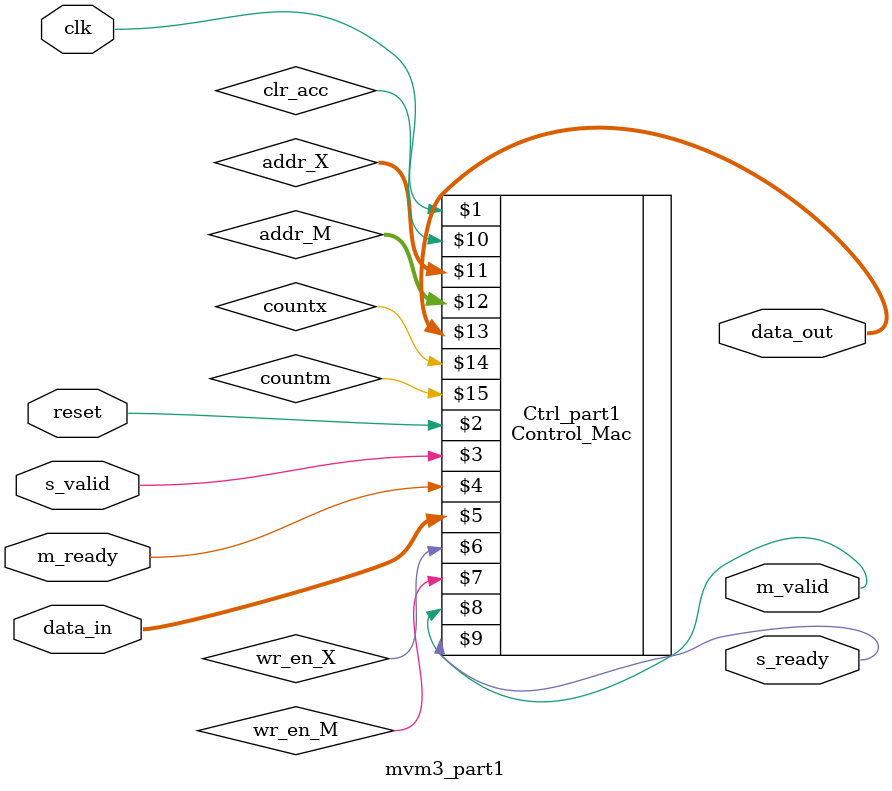
<source format=sv>
module mvm3_part1(clk, reset, s_valid, m_ready, data_in, m_valid, s_ready, data_out);
 input clk, reset, s_valid, m_ready;
 input signed [7:0] data_in;
 output logic signed [15:0] data_out;
 output logic m_valid, s_ready;
 logic wr_en_X, wr_en_M, clr_acc;
 logic [3:0]addr_X;
 logic [1:0]addr_M;

Control_Mac  Ctrl_part1(clk, reset, s_valid, m_ready, data_in, wr_en_X, wr_en_M, m_valid, s_ready, clr_acc, addr_X, addr_M, data_out,countx,countm);


endmodule

</source>
